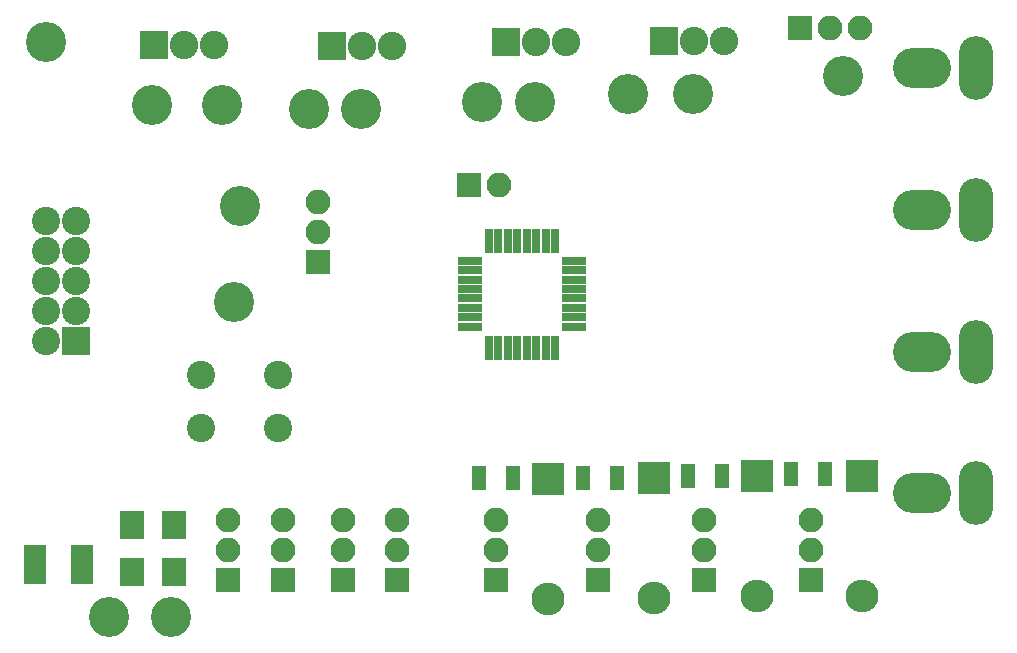
<source format=gbr>
G04 #@! TF.FileFunction,Soldermask,Top*
%FSLAX46Y46*%
G04 Gerber Fmt 4.6, Leading zero omitted, Abs format (unit mm)*
G04 Created by KiCad (PCBNEW 4.0.7) date Thursday, 23 May 2019 'à' 19:06:03*
%MOMM*%
%LPD*%
G01*
G04 APERTURE LIST*
%ADD10C,0.100000*%
%ADD11C,3.399740*%
%ADD12R,2.398980X2.398980*%
%ADD13C,2.398980*%
%ADD14R,2.410000X2.410000*%
%ADD15C,2.410000*%
%ADD16C,2.400000*%
%ADD17R,2.800000X2.800000*%
%ADD18O,2.800000X2.800000*%
%ADD19R,2.100000X2.100000*%
%ADD20O,2.100000X2.100000*%
%ADD21R,1.300000X2.100000*%
%ADD22R,1.900000X0.750000*%
%ADD23R,2.101800X0.798780*%
%ADD24R,0.798780X2.101800*%
%ADD25O,2.900000X5.400000*%
%ADD26O,4.900000X3.400000*%
%ADD27R,2.100000X2.400000*%
G04 APERTURE END LIST*
D10*
D11*
X173600000Y-50000000D03*
D12*
X108640000Y-72360000D03*
D13*
X106100000Y-72360000D03*
X108640000Y-69820000D03*
X106100000Y-69820000D03*
X108640000Y-67280000D03*
X106100000Y-67280000D03*
X108640000Y-64740000D03*
X106100000Y-64740000D03*
X108640000Y-62200000D03*
X106100000Y-62200000D03*
D14*
X158400000Y-47000000D03*
D15*
X160940000Y-47000000D03*
X163480000Y-47000000D03*
D16*
X119200000Y-79800000D03*
X119200000Y-75300000D03*
X125700000Y-79800000D03*
X125700000Y-75300000D03*
D17*
X175200000Y-83800000D03*
D18*
X175200000Y-93960000D03*
D17*
X166300000Y-83800000D03*
D18*
X166300000Y-93960000D03*
D17*
X157600000Y-84000000D03*
D18*
X157600000Y-94160000D03*
D17*
X148600000Y-84100000D03*
D18*
X148600000Y-94260000D03*
D19*
X170900000Y-92600000D03*
D20*
X170900000Y-90060000D03*
X170900000Y-87520000D03*
D19*
X161800000Y-92600000D03*
D20*
X161800000Y-90060000D03*
X161800000Y-87520000D03*
D19*
X152800000Y-92600000D03*
D20*
X152800000Y-90060000D03*
X152800000Y-87520000D03*
D19*
X144200000Y-92600000D03*
D20*
X144200000Y-90060000D03*
X144200000Y-87520000D03*
D19*
X121500000Y-92600000D03*
D20*
X121500000Y-90060000D03*
X121500000Y-87520000D03*
D19*
X126200000Y-92600000D03*
D20*
X126200000Y-90060000D03*
X126200000Y-87520000D03*
D19*
X131200000Y-92600000D03*
D20*
X131200000Y-90060000D03*
X131200000Y-87520000D03*
D19*
X135800000Y-92600000D03*
D20*
X135800000Y-90060000D03*
X135800000Y-87520000D03*
D19*
X129100000Y-65700000D03*
D20*
X129100000Y-63160000D03*
X129100000Y-60620000D03*
D19*
X141900000Y-59200000D03*
D20*
X144440000Y-59200000D03*
D11*
X122500000Y-61000000D03*
D19*
X169900000Y-45900000D03*
D20*
X172440000Y-45900000D03*
X174980000Y-45900000D03*
D11*
X128400000Y-52800000D03*
X155400000Y-51500000D03*
X132800000Y-52800000D03*
X160900000Y-51500000D03*
X115100000Y-52400000D03*
X143000000Y-52200000D03*
X121000000Y-52400000D03*
X147500000Y-52200000D03*
X116700000Y-95800000D03*
X111400000Y-95800000D03*
X122000000Y-69100000D03*
X106100000Y-47100000D03*
D14*
X130300000Y-47400000D03*
D15*
X132840000Y-47400000D03*
X135380000Y-47400000D03*
D14*
X115210000Y-47360000D03*
D15*
X117750000Y-47360000D03*
X120290000Y-47360000D03*
D14*
X145000000Y-47100000D03*
D15*
X147540000Y-47100000D03*
X150080000Y-47100000D03*
D21*
X169150000Y-83700000D03*
X172050000Y-83700000D03*
X160450000Y-83800000D03*
X163350000Y-83800000D03*
X151550000Y-84000000D03*
X154450000Y-84000000D03*
X142750000Y-84000000D03*
X145650000Y-84000000D03*
D22*
X105200000Y-92650000D03*
X105200000Y-92000000D03*
X105200000Y-91350000D03*
X105200000Y-90700000D03*
X105200000Y-90050000D03*
X109100000Y-92650000D03*
X109100000Y-92000000D03*
X109100000Y-91350000D03*
X109100000Y-90700000D03*
X109100000Y-90050000D03*
D23*
X142000720Y-65598380D03*
X142000720Y-66398480D03*
X142000720Y-67198580D03*
X142000720Y-67998680D03*
X142000720Y-68798780D03*
X142000720Y-69598880D03*
X142000720Y-70398980D03*
X142000720Y-71199080D03*
D24*
X143595840Y-72999940D03*
X144395940Y-72999940D03*
X145196040Y-72999940D03*
X145996140Y-72999940D03*
X146796240Y-72999940D03*
X147596340Y-72999940D03*
X148393900Y-72999940D03*
X149194000Y-72999940D03*
D23*
X150799280Y-71199080D03*
X150799280Y-70398980D03*
X150799280Y-69598880D03*
X150799280Y-68798780D03*
X150799280Y-67998680D03*
X150799280Y-67198580D03*
X150799280Y-66398480D03*
X150799280Y-65598380D03*
D24*
X149196540Y-63894040D03*
X148396440Y-63894040D03*
X147596340Y-63894040D03*
X146798780Y-63894040D03*
X145998680Y-63894040D03*
X145198580Y-63894040D03*
X144398480Y-63894040D03*
X143598380Y-63894040D03*
D25*
X184800000Y-73300000D03*
D26*
X180300000Y-73300000D03*
D25*
X184800000Y-49300000D03*
D26*
X180300000Y-49300000D03*
D25*
X184800000Y-85300000D03*
D26*
X180300000Y-85300000D03*
D25*
X184800000Y-61300000D03*
D26*
X180300000Y-61300000D03*
D27*
X116900000Y-88000000D03*
X116900000Y-92000000D03*
X113400000Y-88000000D03*
X113400000Y-92000000D03*
M02*

</source>
